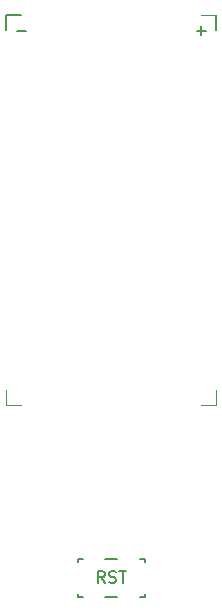
<source format=gbr>
%TF.GenerationSoftware,KiCad,Pcbnew,6.0.2+dfsg-1*%
%TF.CreationDate,2023-04-19T16:50:57+02:00*%
%TF.ProjectId,lancer-hotswap,6c616e63-6572-42d6-986f-74737761702e,rev?*%
%TF.SameCoordinates,Original*%
%TF.FileFunction,Legend,Top*%
%TF.FilePolarity,Positive*%
%FSLAX46Y46*%
G04 Gerber Fmt 4.6, Leading zero omitted, Abs format (unit mm)*
G04 Created by KiCad (PCBNEW 6.0.2+dfsg-1) date 2023-04-19 16:50:57*
%MOMM*%
%LPD*%
G01*
G04 APERTURE LIST*
%ADD10C,0.150000*%
%ADD11C,0.120000*%
%ADD12C,3.000000*%
%ADD13C,3.987800*%
%ADD14C,1.701800*%
%ADD15C,4.000000*%
%ADD16C,2.200000*%
%ADD17C,1.524000*%
%ADD18C,0.900000*%
G04 APERTURE END LIST*
D10*
%TO.C,REF\u002A\u002A*%
X117729047Y-22296428D02*
X118490952Y-22296428D01*
X132969047Y-22296428D02*
X133730952Y-22296428D01*
X133350000Y-22677380D02*
X133350000Y-21915476D01*
%TO.C,SW38*%
X125182380Y-69032380D02*
X124849047Y-68556190D01*
X124610952Y-69032380D02*
X124610952Y-68032380D01*
X124991904Y-68032380D01*
X125087142Y-68080000D01*
X125134761Y-68127619D01*
X125182380Y-68222857D01*
X125182380Y-68365714D01*
X125134761Y-68460952D01*
X125087142Y-68508571D01*
X124991904Y-68556190D01*
X124610952Y-68556190D01*
X125563333Y-68984761D02*
X125706190Y-69032380D01*
X125944285Y-69032380D01*
X126039523Y-68984761D01*
X126087142Y-68937142D01*
X126134761Y-68841904D01*
X126134761Y-68746666D01*
X126087142Y-68651428D01*
X126039523Y-68603809D01*
X125944285Y-68556190D01*
X125753809Y-68508571D01*
X125658571Y-68460952D01*
X125610952Y-68413333D01*
X125563333Y-68318095D01*
X125563333Y-68222857D01*
X125610952Y-68127619D01*
X125658571Y-68080000D01*
X125753809Y-68032380D01*
X125991904Y-68032380D01*
X126134761Y-68080000D01*
X126420476Y-68032380D02*
X126991904Y-68032380D01*
X126706190Y-69032380D02*
X126706190Y-68032380D01*
D11*
%TO.C,U1*%
X134620000Y-20955000D02*
X133350000Y-20955000D01*
D10*
X134620000Y-20955000D02*
X134620000Y-22225000D01*
D11*
X134620000Y-53975000D02*
X133350000Y-53975000D01*
X116840000Y-53975000D02*
X118110000Y-53975000D01*
X116840000Y-53975000D02*
X116840000Y-52705000D01*
D10*
X116840000Y-20955000D02*
X116840000Y-22225000D01*
D11*
X134620000Y-53975000D02*
X134620000Y-52705000D01*
D10*
X116840000Y-20955000D02*
X118110000Y-20955000D01*
%TO.C,SW38*%
X122880000Y-66980000D02*
X123330000Y-66980000D01*
X122880000Y-70180000D02*
X123330000Y-70180000D01*
X128580000Y-70180000D02*
X128580000Y-69930000D01*
X122880000Y-70180000D02*
X122880000Y-69930000D01*
X125230000Y-66980000D02*
X126230000Y-66980000D01*
X128580000Y-66980000D02*
X128580000Y-67230000D01*
X128130000Y-70180000D02*
X128580000Y-70180000D01*
X125230000Y-70180000D02*
X126230000Y-70180000D01*
X122880000Y-66980000D02*
X122880000Y-67230000D01*
X128130000Y-66980000D02*
X128580000Y-66980000D01*
%TD*%
%LPC*%
D12*
%TO.C,SW10*%
X223520000Y-25400000D03*
X217170000Y-27940000D03*
D13*
X220980000Y-30480000D03*
D14*
X215900000Y-30480000D03*
X226060000Y-30480000D03*
%TD*%
D15*
%TO.C,H7*%
X87630000Y-78105000D03*
%TD*%
%TO.C,H1*%
X40005000Y-40005000D03*
%TD*%
D14*
%TO.C,SW15*%
X111760000Y-49530000D03*
X101600000Y-49530000D03*
D12*
X109220000Y-44450000D03*
X102870000Y-46990000D03*
D13*
X106680000Y-49530000D03*
%TD*%
D12*
%TO.C,SW19*%
X198120000Y-46990000D03*
D14*
X207010000Y-49530000D03*
X196850000Y-49530000D03*
D13*
X201930000Y-49530000D03*
D12*
X204470000Y-44450000D03*
%TD*%
%TO.C,SW18*%
X179070000Y-46990000D03*
D14*
X187960000Y-49530000D03*
D13*
X182880000Y-49530000D03*
D14*
X177800000Y-49530000D03*
D12*
X185420000Y-44450000D03*
%TD*%
D15*
%TO.C,H5*%
X40005000Y-59055000D03*
%TD*%
D12*
%TO.C,SW35*%
X150495000Y-85090000D03*
D13*
X154305000Y-87630000D03*
D12*
X156845000Y-82550000D03*
D14*
X159385000Y-87630000D03*
X149225000Y-87630000D03*
%TD*%
D12*
%TO.C,SW31*%
X74295000Y-85090000D03*
D14*
X73025000Y-87630000D03*
D12*
X80645000Y-82550000D03*
D13*
X78105000Y-87630000D03*
D14*
X83185000Y-87630000D03*
%TD*%
D12*
%TO.C,SW27*%
X166370000Y-63500000D03*
X160020000Y-66040000D03*
D14*
X168910000Y-68580000D03*
X158750000Y-68580000D03*
D13*
X163830000Y-68580000D03*
%TD*%
D12*
%TO.C,SW8*%
X179070000Y-27940000D03*
D14*
X177800000Y-30480000D03*
X187960000Y-30480000D03*
D13*
X182880000Y-30480000D03*
D12*
X185420000Y-25400000D03*
%TD*%
D16*
%TO.C,H10*%
X132080000Y-63500000D03*
%TD*%
D17*
%TO.C,H11*%
X120015000Y-22225000D03*
%TD*%
D12*
%TO.C,SW16*%
X147320000Y-44450000D03*
D14*
X149860000Y-49530000D03*
D13*
X144780000Y-49530000D03*
D14*
X139700000Y-49530000D03*
D12*
X140970000Y-46990000D03*
%TD*%
D13*
%TO.C,SW13*%
X68580000Y-49530000D03*
D14*
X73660000Y-49530000D03*
D12*
X64770000Y-46990000D03*
D14*
X63500000Y-49530000D03*
D12*
X71120000Y-44450000D03*
%TD*%
D14*
%TO.C,SW21*%
X25400000Y-68580000D03*
D12*
X26670000Y-66040000D03*
X33020000Y-63500000D03*
D14*
X35560000Y-68580000D03*
D13*
X30480000Y-68580000D03*
%TD*%
%TO.C,SW14*%
X87630000Y-49530000D03*
D12*
X90170000Y-44450000D03*
D14*
X82550000Y-49530000D03*
D12*
X83820000Y-46990000D03*
D14*
X92710000Y-49530000D03*
%TD*%
D13*
%TO.C,SW32*%
X97155000Y-87630000D03*
D12*
X93345000Y-85090000D03*
X99695000Y-82550000D03*
D14*
X92075000Y-87630000D03*
X102235000Y-87630000D03*
%TD*%
%TO.C,SW1*%
X35560000Y-30480000D03*
D13*
X30480000Y-30480000D03*
D12*
X33020000Y-25400000D03*
X26670000Y-27940000D03*
D14*
X25400000Y-30480000D03*
%TD*%
D12*
%TO.C,SW24*%
X90170000Y-63500000D03*
D14*
X92710000Y-68580000D03*
D12*
X83820000Y-66040000D03*
D14*
X82550000Y-68580000D03*
D13*
X87630000Y-68580000D03*
%TD*%
D16*
%TO.C,H9*%
X119380000Y-63500000D03*
%TD*%
D14*
%TO.C,SW23*%
X73660000Y-68580000D03*
D12*
X71120000Y-63500000D03*
X64770000Y-66040000D03*
D13*
X68580000Y-68580000D03*
D14*
X63500000Y-68580000D03*
%TD*%
D12*
%TO.C,SW9*%
X198120000Y-27940000D03*
X204470000Y-25400000D03*
D13*
X201930000Y-30480000D03*
D14*
X196850000Y-30480000D03*
X207010000Y-30480000D03*
%TD*%
D13*
%TO.C,SW30*%
X220980000Y-68580000D03*
D12*
X217170000Y-66040000D03*
X223520000Y-63500000D03*
D14*
X226060000Y-68580000D03*
X215900000Y-68580000D03*
%TD*%
D12*
%TO.C,SW34*%
X131445000Y-85090000D03*
D14*
X130175000Y-87630000D03*
D13*
X135255000Y-87630000D03*
D12*
X137795000Y-82550000D03*
D14*
X140335000Y-87630000D03*
%TD*%
D12*
%TO.C,SW20*%
X223520000Y-44450000D03*
X217170000Y-46990000D03*
D14*
X215900000Y-49530000D03*
D13*
X220980000Y-49530000D03*
D14*
X226060000Y-49530000D03*
%TD*%
D12*
%TO.C,SW26*%
X147320000Y-63500000D03*
D14*
X139700000Y-68580000D03*
D12*
X140970000Y-66040000D03*
D14*
X149860000Y-68580000D03*
D13*
X144780000Y-68580000D03*
%TD*%
D12*
%TO.C,SW25*%
X102870000Y-66040000D03*
D13*
X106680000Y-68580000D03*
D14*
X101600000Y-68580000D03*
D12*
X109220000Y-63500000D03*
D14*
X111760000Y-68580000D03*
%TD*%
D15*
%TO.C,H8*%
X163830000Y-78105000D03*
%TD*%
D14*
%TO.C,SW29*%
X196850000Y-68580000D03*
D12*
X198120000Y-66040000D03*
D14*
X207010000Y-68580000D03*
D13*
X201930000Y-68580000D03*
D12*
X204470000Y-63500000D03*
%TD*%
D15*
%TO.C,H4*%
X211455000Y-40005000D03*
%TD*%
D14*
%TO.C,SW4*%
X92710000Y-30480000D03*
D12*
X83820000Y-27940000D03*
D14*
X82550000Y-30480000D03*
D12*
X90170000Y-25400000D03*
D13*
X87630000Y-30480000D03*
%TD*%
D12*
%TO.C,SW36*%
X175895000Y-82550000D03*
D13*
X173355000Y-87630000D03*
D12*
X169545000Y-85090000D03*
D14*
X168275000Y-87630000D03*
X178435000Y-87630000D03*
%TD*%
D15*
%TO.C,H2*%
X97155000Y-40005000D03*
%TD*%
D14*
%TO.C,SW22*%
X54610000Y-68580000D03*
D12*
X45720000Y-66040000D03*
D13*
X49530000Y-68580000D03*
D12*
X52070000Y-63500000D03*
D14*
X44450000Y-68580000D03*
%TD*%
D15*
%TO.C,H6*%
X211455000Y-59055000D03*
%TD*%
D14*
%TO.C,SW5*%
X101600000Y-30480000D03*
D13*
X106680000Y-30480000D03*
D14*
X111760000Y-30480000D03*
D12*
X109220000Y-25400000D03*
X102870000Y-27940000D03*
%TD*%
D15*
%TO.C,H3*%
X154305000Y-40005000D03*
%TD*%
D12*
%TO.C,SW7*%
X160020000Y-27940000D03*
D14*
X168910000Y-30480000D03*
X158750000Y-30480000D03*
D12*
X166370000Y-25400000D03*
D13*
X163830000Y-30480000D03*
%TD*%
%TO.C,SW2*%
X49530000Y-30480000D03*
D14*
X44450000Y-30480000D03*
X54610000Y-30480000D03*
D12*
X45720000Y-27940000D03*
X52070000Y-25400000D03*
%TD*%
D17*
%TO.C,H12*%
X131445000Y-22225000D03*
%TD*%
D12*
%TO.C,SW3*%
X71120000Y-25400000D03*
D14*
X63500000Y-30480000D03*
D12*
X64770000Y-27940000D03*
D13*
X68580000Y-30480000D03*
D14*
X73660000Y-30480000D03*
%TD*%
%TO.C,SW17*%
X168910000Y-49530000D03*
D13*
X163830000Y-49530000D03*
D14*
X158750000Y-49530000D03*
D12*
X160020000Y-46990000D03*
X166370000Y-44450000D03*
%TD*%
D14*
%TO.C,SW11*%
X25400000Y-49530000D03*
D12*
X33020000Y-44450000D03*
X26670000Y-46990000D03*
D13*
X30480000Y-49530000D03*
D14*
X35560000Y-49530000D03*
%TD*%
D12*
%TO.C,SW12*%
X45720000Y-46990000D03*
X52070000Y-44450000D03*
D14*
X54610000Y-49530000D03*
D13*
X49530000Y-49530000D03*
D14*
X44450000Y-49530000D03*
%TD*%
%TO.C,SW33*%
X121285000Y-87630000D03*
D12*
X112395000Y-85090000D03*
D13*
X116205000Y-87630000D03*
D12*
X118745000Y-82550000D03*
D14*
X111125000Y-87630000D03*
%TD*%
%TO.C,SW28*%
X187960000Y-68580000D03*
D12*
X179070000Y-66040000D03*
X185420000Y-63500000D03*
D14*
X177800000Y-68580000D03*
D13*
X182880000Y-68580000D03*
%TD*%
D12*
%TO.C,SW6*%
X140970000Y-27940000D03*
D13*
X144780000Y-30480000D03*
D14*
X139700000Y-30480000D03*
D12*
X147320000Y-25400000D03*
D14*
X149860000Y-30480000D03*
%TD*%
D18*
%TO.C,SW37*%
X127230000Y-23165000D03*
X124230000Y-23165000D03*
%TD*%
M02*

</source>
